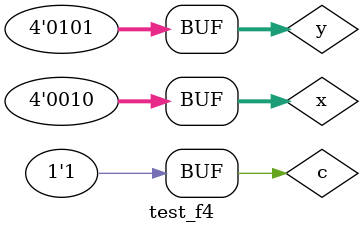
<source format=v>
 

    module sel (output [3:0]saida, input [3:0]entrada1, input [3:0]entrada2, input chave); 

		wire [7:0]s; 
		wire saida_not;

	   not NOT1(saida_not, chave); 
	 
	  and AND1(s[0], entrada1[0], chave);
     and AND2(s[1], entrada1[1], chave);
     and AND3(s[2], entrada1[2], chave);
     and AND4(s[3], entrada1[3], chave);

     and AND5(s[4], entrada2[0], saida_not);
     and AND6(s[5], entrada2[1], saida_not);
     and AND7(s[6], entrada2[2], saida_not);
     and AND8(s[7], entrada2[3], saida_not);
   	 
	  or OR1(saida[0], s[0], s[4]);
     or OR2(saida[1], s[1], s[5]);
     or OR3(saida[2], s[2], s[6]);
     or OR4(saida[3], s[3], s[7]);
   
	 endmodule // sel 

    module f4 (output [3:0]saida, input [3:0]entrada1, input [3:0]entrada2, input chave);
					
      wire [3:0]saida_menor;
		wire [3:0]saida_maior; 

	  or OR1(saida_menor[0], ~entrada1[0], entrada2[0]);
     or OR2(saida_menor[1], ~entrada1[1], entrada2[1]);
     or OR3(saida_menor[2], ~entrada1[2], entrada2[2]);
     or OR4(saida_menor[3], ~entrada1[3], entrada2[3]);
   	 
	  or OR5(saida_maior[0], entrada1[0], ~entrada2[0]);
     or OR6(saida_maior[1], entrada1[1], ~entrada2[1]);
     or OR7(saida_maior[2], entrada1[2], ~entrada2[2]);
     or OR8(saida_maior[3], entrada1[3], ~entrada2[3]);
	  
	  sel SEL1 (saida, saida_maior, saida_menor, chave);
	  
	 endmodule //f4

// ------------------------- 
// -- test f4
// -------------------------
    
	  module test_f4; 

// ------------------------- definir dados 
    
	 reg  [3:0] x;
	 reg  [3:0] y;
	 reg  c;
	 wire [3:0] s;
	 
// ------------------------- instancia 
	 
     f4 modulo (s, x, y, c);
	  
// ------------------------- parte principal 
    
	 initial begin

      $display("Exemplo0037 - Michelle da Costa Silva");
      $display("Test LU's module");
      $display("Legenda da chave: 0-menor 1-maior \n");
		
		#1 x = 4'b1010;	y = 4'b0101; c = 0;
		$monitor("Chave = %1b\t x = %4b\t y = %4b\t Resultado = %4b", c, x, y, s);
      #1 x = 4'b1010;	y = 4'b0101; c = 1;
    
		#1 x = 4'b0000;	y = 4'b1111; c = 0;
		#1 x = 4'b0000;	y = 4'b1111; c = 1;

      #1 x = 4'b0010;	y = 4'b0101; c = 0;
		#1 x = 4'b0010;	y = 4'b0101; c = 1;

		end
    endmodule // test_f4
</source>
